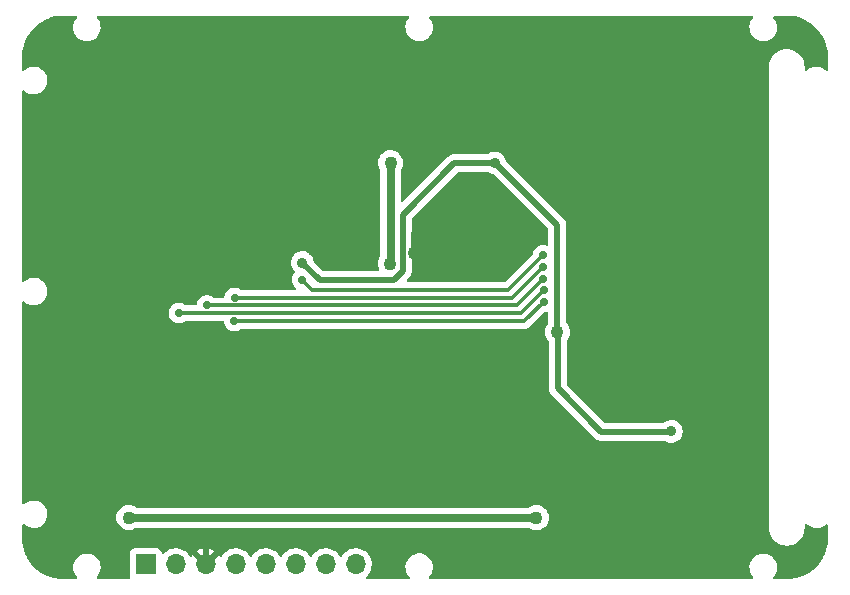
<source format=gbl>
%TF.GenerationSoftware,KiCad,Pcbnew,(6.0.8)*%
%TF.CreationDate,2022-10-13T19:48:58+08:00*%
%TF.ProjectId,UINIO-LCD2.4-ST7789,55494e49-4f2d-44c4-9344-322e342d5354,rev?*%
%TF.SameCoordinates,Original*%
%TF.FileFunction,Copper,L2,Bot*%
%TF.FilePolarity,Positive*%
%FSLAX46Y46*%
G04 Gerber Fmt 4.6, Leading zero omitted, Abs format (unit mm)*
G04 Created by KiCad (PCBNEW (6.0.8)) date 2022-10-13 19:48:58*
%MOMM*%
%LPD*%
G01*
G04 APERTURE LIST*
%TA.AperFunction,ComponentPad*%
%ADD10R,1.700000X1.700000*%
%TD*%
%TA.AperFunction,ComponentPad*%
%ADD11O,1.700000X1.700000*%
%TD*%
%TA.AperFunction,ViaPad*%
%ADD12C,0.900000*%
%TD*%
%TA.AperFunction,ViaPad*%
%ADD13C,1.100000*%
%TD*%
%TA.AperFunction,ViaPad*%
%ADD14C,0.700000*%
%TD*%
%TA.AperFunction,Conductor*%
%ADD15C,0.500000*%
%TD*%
%TA.AperFunction,Conductor*%
%ADD16C,0.700000*%
%TD*%
%TA.AperFunction,Conductor*%
%ADD17C,0.300000*%
%TD*%
G04 APERTURE END LIST*
D10*
%TO.P,J1,1,Pin_1*%
%TO.N,/VDD_5V*%
X126555000Y-125080000D03*
D11*
%TO.P,J1,2,Pin_2*%
%TO.N,Net-(CON1-Pad2)*%
X129095000Y-125080000D03*
%TO.P,J1,3,Pin_3*%
%TO.N,GND*%
X131635000Y-125080000D03*
%TO.P,J1,4,Pin_4*%
%TO.N,Net-(CON1-Pad4)*%
X134175000Y-125080000D03*
%TO.P,J1,5,Pin_5*%
%TO.N,Net-(CON1-Pad5)*%
X136715000Y-125080000D03*
%TO.P,J1,6,Pin_6*%
%TO.N,Net-(CON1-Pad6)*%
X139255000Y-125080000D03*
%TO.P,J1,7,Pin_7*%
%TO.N,Net-(CON1-Pad7)*%
X141795000Y-125080000D03*
%TO.P,J1,8,Pin_8*%
%TO.N,/BL*%
X144335000Y-125080000D03*
%TD*%
D12*
%TO.N,GND*%
X127930000Y-122500000D03*
X140620000Y-122600000D03*
X136770000Y-111560000D03*
X131800000Y-111560000D03*
X134170000Y-111560000D03*
X126400000Y-111560000D03*
X143630000Y-111560000D03*
D13*
X151060000Y-95250000D03*
X149280000Y-98730000D03*
D12*
%TO.N,/VDD_3.3V*%
X156130000Y-91090000D03*
D13*
X161420000Y-105410000D03*
D12*
X139820000Y-99540000D03*
X171060000Y-113830000D03*
D13*
%TO.N,/VDD_5V*%
X159630000Y-121130000D03*
X125111043Y-121128957D03*
X147280000Y-99620000D03*
X147290000Y-91090000D03*
D14*
%TO.N,/DC*%
X160220000Y-100900000D03*
X131730000Y-103150000D03*
%TO.N,/SCK*%
X134080000Y-102520000D03*
X160200000Y-99880000D03*
%TO.N,/MOSI*%
X134060000Y-104490000D03*
X160260000Y-102860000D03*
%TO.N,/CS*%
X129360000Y-103810000D03*
X160260000Y-101880000D03*
%TO.N,/RES*%
X139780000Y-100980000D03*
X160180000Y-98910000D03*
%TD*%
D15*
%TO.N,GND*%
X122530000Y-113790000D02*
X122530000Y-120320000D01*
X124760000Y-111560000D02*
X122530000Y-113790000D01*
X124710000Y-122500000D02*
X127930000Y-122500000D01*
X126400000Y-111560000D02*
X124760000Y-111560000D01*
X122530000Y-120320000D02*
X124710000Y-122500000D01*
D16*
%TO.N,/VDD_5V*%
X159620000Y-121140000D02*
X159630000Y-121130000D01*
X125111043Y-121128957D02*
X125122086Y-121140000D01*
X125122086Y-121140000D02*
X159620000Y-121140000D01*
D15*
%TO.N,GND*%
X127930000Y-122500000D02*
X129055000Y-122500000D01*
X129055000Y-122500000D02*
X131635000Y-125080000D01*
X134115000Y-122600000D02*
X140620000Y-122600000D01*
X131635000Y-125080000D02*
X134115000Y-122600000D01*
X136770000Y-111560000D02*
X134170000Y-111560000D01*
X131800000Y-111560000D02*
X126400000Y-111560000D01*
X134170000Y-111560000D02*
X131800000Y-111560000D01*
X143630000Y-111560000D02*
X136770000Y-111560000D01*
X151060000Y-95250000D02*
X149280000Y-97030000D01*
X149280000Y-97030000D02*
X149280000Y-98730000D01*
%TO.N,/VDD_3.3V*%
X161410000Y-96370000D02*
X156130000Y-91090000D01*
X141310000Y-101030000D02*
X139820000Y-99540000D01*
X148310000Y-95480000D02*
X148310000Y-100270000D01*
X147550000Y-101030000D02*
X141310000Y-101030000D01*
X171040000Y-113850000D02*
X165100000Y-113850000D01*
X171060000Y-113830000D02*
X171040000Y-113850000D01*
X161430000Y-105420000D02*
X161420000Y-105410000D01*
X152700000Y-91090000D02*
X148310000Y-95480000D01*
X156130000Y-91090000D02*
X152700000Y-91090000D01*
X165100000Y-113850000D02*
X161430000Y-110180000D01*
X148310000Y-100270000D02*
X147550000Y-101030000D01*
X161410000Y-105400000D02*
X161410000Y-96370000D01*
X161420000Y-105410000D02*
X161410000Y-105400000D01*
X161430000Y-110180000D02*
X161430000Y-105420000D01*
D16*
%TO.N,/VDD_5V*%
X147280000Y-99620000D02*
X147290000Y-99610000D01*
X147290000Y-99610000D02*
X147290000Y-91090000D01*
D17*
%TO.N,/DC*%
X131740000Y-103160000D02*
X157960000Y-103160000D01*
X157960000Y-103160000D02*
X160220000Y-100900000D01*
X131730000Y-103150000D02*
X131740000Y-103160000D01*
%TO.N,/SCK*%
X157560000Y-102520000D02*
X160200000Y-99880000D01*
X134080000Y-102520000D02*
X157560000Y-102520000D01*
%TO.N,/MOSI*%
X134060000Y-104490000D02*
X134070000Y-104500000D01*
X158620000Y-104500000D02*
X160260000Y-102860000D01*
X134070000Y-104500000D02*
X158620000Y-104500000D01*
%TO.N,/CS*%
X144742844Y-103820000D02*
X158320000Y-103820000D01*
X144732843Y-103810000D02*
X144742844Y-103820000D01*
X129360000Y-103810000D02*
X144732843Y-103810000D01*
X158320000Y-103820000D02*
X160260000Y-101880000D01*
%TO.N,/RES*%
X157270000Y-101820000D02*
X160180000Y-98910000D01*
X139780000Y-100980000D02*
X140620000Y-101820000D01*
X140620000Y-101820000D02*
X157270000Y-101820000D01*
%TD*%
%TA.AperFunction,Conductor*%
%TO.N,GND*%
G36*
X120694676Y-78648502D02*
G01*
X120741169Y-78702158D01*
X120751273Y-78772432D01*
X120725505Y-78832506D01*
X120604238Y-78986333D01*
X120601549Y-78991444D01*
X120601547Y-78991447D01*
X120576988Y-79038126D01*
X120505100Y-79174762D01*
X120503386Y-79180283D01*
X120503384Y-79180287D01*
X120450494Y-79350623D01*
X120441961Y-79378102D01*
X120416936Y-79589544D01*
X120418932Y-79620000D01*
X120430861Y-79802006D01*
X120432283Y-79807604D01*
X120432283Y-79807606D01*
X120481851Y-80002777D01*
X120483272Y-80008372D01*
X120485689Y-80013615D01*
X120522389Y-80093223D01*
X120572411Y-80201731D01*
X120695296Y-80375609D01*
X120847809Y-80524181D01*
X120852605Y-80527386D01*
X120852608Y-80527388D01*
X120929612Y-80578840D01*
X121024843Y-80642471D01*
X121030146Y-80644749D01*
X121030149Y-80644751D01*
X121112324Y-80680056D01*
X121220470Y-80726519D01*
X121296316Y-80743681D01*
X121422501Y-80772234D01*
X121422506Y-80772235D01*
X121428138Y-80773509D01*
X121433909Y-80773736D01*
X121433911Y-80773736D01*
X121495252Y-80776146D01*
X121640891Y-80781869D01*
X121646600Y-80781041D01*
X121646604Y-80781041D01*
X121845890Y-80752145D01*
X121845894Y-80752144D01*
X121851605Y-80751316D01*
X122053223Y-80682876D01*
X122238993Y-80578840D01*
X122402693Y-80442693D01*
X122538840Y-80278993D01*
X122642876Y-80093223D01*
X122711316Y-79891605D01*
X122715377Y-79863603D01*
X122741337Y-79684561D01*
X122741337Y-79684559D01*
X122741869Y-79680891D01*
X122743463Y-79620000D01*
X122730461Y-79478500D01*
X122724510Y-79413730D01*
X122724509Y-79413727D01*
X122723981Y-79407976D01*
X122670749Y-79219231D01*
X122667754Y-79208611D01*
X122667753Y-79208609D01*
X122666186Y-79203052D01*
X122572015Y-79012092D01*
X122486014Y-78896922D01*
X122448079Y-78846120D01*
X122448077Y-78846118D01*
X122444622Y-78841491D01*
X122441319Y-78838438D01*
X122410780Y-78774806D01*
X122419542Y-78704352D01*
X122465004Y-78649820D01*
X122535133Y-78628500D01*
X148756555Y-78628500D01*
X148824676Y-78648502D01*
X148871169Y-78702158D01*
X148881273Y-78772432D01*
X148855505Y-78832506D01*
X148734238Y-78986333D01*
X148731549Y-78991444D01*
X148731547Y-78991447D01*
X148706988Y-79038126D01*
X148635100Y-79174762D01*
X148633386Y-79180283D01*
X148633384Y-79180287D01*
X148580494Y-79350623D01*
X148571961Y-79378102D01*
X148546936Y-79589544D01*
X148548932Y-79620000D01*
X148560861Y-79802006D01*
X148562283Y-79807604D01*
X148562283Y-79807606D01*
X148611851Y-80002777D01*
X148613272Y-80008372D01*
X148615689Y-80013615D01*
X148652389Y-80093223D01*
X148702411Y-80201731D01*
X148825296Y-80375609D01*
X148977809Y-80524181D01*
X148982605Y-80527386D01*
X148982608Y-80527388D01*
X149059612Y-80578840D01*
X149154843Y-80642471D01*
X149160146Y-80644749D01*
X149160149Y-80644751D01*
X149242324Y-80680056D01*
X149350470Y-80726519D01*
X149426316Y-80743681D01*
X149552501Y-80772234D01*
X149552506Y-80772235D01*
X149558138Y-80773509D01*
X149563909Y-80773736D01*
X149563911Y-80773736D01*
X149625252Y-80776146D01*
X149770891Y-80781869D01*
X149776600Y-80781041D01*
X149776604Y-80781041D01*
X149975890Y-80752145D01*
X149975894Y-80752144D01*
X149981605Y-80751316D01*
X150183223Y-80682876D01*
X150368993Y-80578840D01*
X150532693Y-80442693D01*
X150668840Y-80278993D01*
X150772876Y-80093223D01*
X150841316Y-79891605D01*
X150845377Y-79863603D01*
X150871337Y-79684561D01*
X150871337Y-79684559D01*
X150871869Y-79680891D01*
X150873463Y-79620000D01*
X150860461Y-79478500D01*
X150854510Y-79413730D01*
X150854509Y-79413727D01*
X150853981Y-79407976D01*
X150800749Y-79219231D01*
X150797754Y-79208611D01*
X150797753Y-79208609D01*
X150796186Y-79203052D01*
X150702015Y-79012092D01*
X150616014Y-78896922D01*
X150578079Y-78846120D01*
X150578077Y-78846118D01*
X150574622Y-78841491D01*
X150571319Y-78838438D01*
X150540780Y-78774806D01*
X150549542Y-78704352D01*
X150595004Y-78649820D01*
X150665133Y-78628500D01*
X177886555Y-78628500D01*
X177954676Y-78648502D01*
X178001169Y-78702158D01*
X178011273Y-78772432D01*
X177985505Y-78832506D01*
X177864238Y-78986333D01*
X177861549Y-78991444D01*
X177861547Y-78991447D01*
X177836988Y-79038126D01*
X177765100Y-79174762D01*
X177763386Y-79180283D01*
X177763384Y-79180287D01*
X177710494Y-79350623D01*
X177701961Y-79378102D01*
X177676936Y-79589544D01*
X177678932Y-79620000D01*
X177690861Y-79802006D01*
X177692283Y-79807604D01*
X177692283Y-79807606D01*
X177741851Y-80002777D01*
X177743272Y-80008372D01*
X177745689Y-80013615D01*
X177782389Y-80093223D01*
X177832411Y-80201731D01*
X177955296Y-80375609D01*
X178107809Y-80524181D01*
X178112605Y-80527386D01*
X178112608Y-80527388D01*
X178189612Y-80578840D01*
X178284843Y-80642471D01*
X178290146Y-80644749D01*
X178290149Y-80644751D01*
X178372324Y-80680056D01*
X178480470Y-80726519D01*
X178556316Y-80743681D01*
X178682501Y-80772234D01*
X178682506Y-80772235D01*
X178688138Y-80773509D01*
X178693909Y-80773736D01*
X178693911Y-80773736D01*
X178755252Y-80776146D01*
X178900891Y-80781869D01*
X178906600Y-80781041D01*
X178906604Y-80781041D01*
X179105890Y-80752145D01*
X179105894Y-80752144D01*
X179111605Y-80751316D01*
X179313223Y-80682876D01*
X179498993Y-80578840D01*
X179662693Y-80442693D01*
X179798840Y-80278993D01*
X179902876Y-80093223D01*
X179971316Y-79891605D01*
X179975377Y-79863603D01*
X180001337Y-79684561D01*
X180001337Y-79684559D01*
X180001869Y-79680891D01*
X180003463Y-79620000D01*
X179990461Y-79478500D01*
X179984510Y-79413730D01*
X179984509Y-79413727D01*
X179983981Y-79407976D01*
X179930749Y-79219231D01*
X179927754Y-79208611D01*
X179927753Y-79208609D01*
X179926186Y-79203052D01*
X179832015Y-79012092D01*
X179746014Y-78896922D01*
X179708079Y-78846120D01*
X179708077Y-78846118D01*
X179704622Y-78841491D01*
X179701319Y-78838438D01*
X179670780Y-78774806D01*
X179679542Y-78704352D01*
X179725004Y-78649820D01*
X179795133Y-78628500D01*
X180790633Y-78628500D01*
X180810018Y-78630000D01*
X180824852Y-78632310D01*
X180824855Y-78632310D01*
X180833724Y-78633691D01*
X180842627Y-78632527D01*
X180842628Y-78632527D01*
X180853076Y-78631161D01*
X180875594Y-78630249D01*
X181176051Y-78645010D01*
X181188345Y-78646221D01*
X181515034Y-78694680D01*
X181527156Y-78697090D01*
X181547387Y-78702158D01*
X181847523Y-78777339D01*
X181859355Y-78780928D01*
X182170311Y-78892190D01*
X182181735Y-78896922D01*
X182249500Y-78928972D01*
X182480292Y-79038128D01*
X182491188Y-79043953D01*
X182632101Y-79128412D01*
X182774467Y-79213744D01*
X182784748Y-79220614D01*
X183050017Y-79417350D01*
X183059556Y-79425177D01*
X183304282Y-79646985D01*
X183313015Y-79655718D01*
X183534823Y-79900444D01*
X183542650Y-79909983D01*
X183674494Y-80087755D01*
X183739386Y-80175252D01*
X183746256Y-80185533D01*
X183799257Y-80273959D01*
X183897733Y-80438255D01*
X183916045Y-80468807D01*
X183921874Y-80479712D01*
X184063078Y-80778265D01*
X184067810Y-80789689D01*
X184179072Y-81100645D01*
X184182661Y-81112477D01*
X184262909Y-81432841D01*
X184265320Y-81444966D01*
X184293029Y-81631760D01*
X184313779Y-81771650D01*
X184314990Y-81783949D01*
X184321370Y-81913787D01*
X184329390Y-82077034D01*
X184328042Y-82102598D01*
X184326309Y-82113724D01*
X184327474Y-82122630D01*
X184330436Y-82145283D01*
X184331500Y-82161621D01*
X184331500Y-83170717D01*
X184311498Y-83238838D01*
X184257842Y-83285331D01*
X184187568Y-83295435D01*
X184119972Y-83263242D01*
X184052517Y-83200888D01*
X184048271Y-83196963D01*
X183868201Y-83083347D01*
X183670441Y-83004449D01*
X183664781Y-83003323D01*
X183664777Y-83003322D01*
X183467282Y-82964038D01*
X183467280Y-82964038D01*
X183461615Y-82962911D01*
X183455840Y-82962835D01*
X183455836Y-82962835D01*
X183349161Y-82961439D01*
X183248716Y-82960124D01*
X183243019Y-82961103D01*
X183243018Y-82961103D01*
X183044564Y-82995203D01*
X183044561Y-82995204D01*
X183038874Y-82996181D01*
X182839116Y-83069875D01*
X182816472Y-83083347D01*
X182669618Y-83170717D01*
X182656134Y-83178739D01*
X182630878Y-83200888D01*
X182557577Y-83265171D01*
X182493173Y-83295048D01*
X182422840Y-83285362D01*
X182368909Y-83239189D01*
X182348500Y-83170439D01*
X182348500Y-83033250D01*
X182350246Y-83012345D01*
X182352770Y-82997344D01*
X182352770Y-82997341D01*
X182353576Y-82992552D01*
X182353729Y-82980000D01*
X182353039Y-82975182D01*
X182353036Y-82975135D01*
X182352162Y-82967256D01*
X182334923Y-82748223D01*
X182334535Y-82743289D01*
X182279105Y-82512406D01*
X182188240Y-82293037D01*
X182102683Y-82153421D01*
X182066759Y-82094798D01*
X182066755Y-82094792D01*
X182064176Y-82090584D01*
X181909969Y-81910031D01*
X181729416Y-81755824D01*
X181725208Y-81753245D01*
X181725202Y-81753241D01*
X181531183Y-81634346D01*
X181526963Y-81631760D01*
X181522393Y-81629867D01*
X181522389Y-81629865D01*
X181312167Y-81542789D01*
X181312165Y-81542788D01*
X181307594Y-81540895D01*
X181227391Y-81521640D01*
X181081524Y-81486620D01*
X181081518Y-81486619D01*
X181076711Y-81485465D01*
X180840000Y-81466835D01*
X180603289Y-81485465D01*
X180598482Y-81486619D01*
X180598476Y-81486620D01*
X180452609Y-81521640D01*
X180372406Y-81540895D01*
X180367835Y-81542788D01*
X180367833Y-81542789D01*
X180157611Y-81629865D01*
X180157607Y-81629867D01*
X180153037Y-81631760D01*
X180148817Y-81634346D01*
X179954798Y-81753241D01*
X179954792Y-81753245D01*
X179950584Y-81755824D01*
X179770031Y-81910031D01*
X179615824Y-82090584D01*
X179613245Y-82094792D01*
X179613241Y-82094798D01*
X179577317Y-82153421D01*
X179491760Y-82293037D01*
X179400895Y-82512406D01*
X179345465Y-82743289D01*
X179345077Y-82748223D01*
X179328746Y-82955720D01*
X179327785Y-82963921D01*
X179327821Y-82964011D01*
X179326309Y-82973724D01*
X179326946Y-82978593D01*
X179326835Y-82980000D01*
X179327130Y-82980000D01*
X179328380Y-82989560D01*
X179328380Y-82989562D01*
X179330436Y-83005283D01*
X179331500Y-83021620D01*
X179331500Y-121930633D01*
X179330000Y-121950018D01*
X179326309Y-121973724D01*
X179327130Y-121980000D01*
X179326835Y-121980000D01*
X179345465Y-122216711D01*
X179400895Y-122447594D01*
X179491760Y-122666963D01*
X179494346Y-122671183D01*
X179613241Y-122865202D01*
X179613245Y-122865208D01*
X179615824Y-122869416D01*
X179770031Y-123049969D01*
X179950584Y-123204176D01*
X179954792Y-123206755D01*
X179954798Y-123206759D01*
X180148817Y-123325654D01*
X180153037Y-123328240D01*
X180157607Y-123330133D01*
X180157611Y-123330135D01*
X180367833Y-123417211D01*
X180372406Y-123419105D01*
X180452609Y-123438360D01*
X180598476Y-123473380D01*
X180598482Y-123473381D01*
X180603289Y-123474535D01*
X180840000Y-123493165D01*
X181076711Y-123474535D01*
X181081518Y-123473381D01*
X181081524Y-123473380D01*
X181227391Y-123438360D01*
X181307594Y-123419105D01*
X181312167Y-123417211D01*
X181522389Y-123330135D01*
X181522393Y-123330133D01*
X181526963Y-123328240D01*
X181531183Y-123325654D01*
X181725202Y-123206759D01*
X181725208Y-123206755D01*
X181729416Y-123204176D01*
X181909969Y-123049969D01*
X182064176Y-122869416D01*
X182066755Y-122865208D01*
X182066759Y-122865202D01*
X182185654Y-122671183D01*
X182188240Y-122666963D01*
X182279105Y-122447594D01*
X182334535Y-122216711D01*
X182350512Y-122013704D01*
X182351871Y-122002684D01*
X182352768Y-121997356D01*
X182352768Y-121997351D01*
X182353576Y-121992552D01*
X182353729Y-121980000D01*
X182349773Y-121952376D01*
X182348500Y-121934514D01*
X182348500Y-121790221D01*
X182368502Y-121722100D01*
X182422158Y-121675607D01*
X182492432Y-121665503D01*
X182557012Y-121694997D01*
X182562422Y-121699967D01*
X182607809Y-121744181D01*
X182612605Y-121747386D01*
X182612608Y-121747388D01*
X182613177Y-121747768D01*
X182784843Y-121862471D01*
X182790146Y-121864749D01*
X182790149Y-121864751D01*
X182966195Y-121940386D01*
X182980470Y-121946519D01*
X183056316Y-121963681D01*
X183182501Y-121992234D01*
X183182506Y-121992235D01*
X183188138Y-121993509D01*
X183193909Y-121993736D01*
X183193911Y-121993736D01*
X183255252Y-121996146D01*
X183400891Y-122001869D01*
X183406600Y-122001041D01*
X183406604Y-122001041D01*
X183605890Y-121972145D01*
X183605894Y-121972144D01*
X183611605Y-121971316D01*
X183813223Y-121902876D01*
X183998993Y-121798840D01*
X184124931Y-121694099D01*
X184190095Y-121665918D01*
X184260150Y-121677442D01*
X184312854Y-121725011D01*
X184331500Y-121790973D01*
X184331500Y-122790633D01*
X184330000Y-122810018D01*
X184326309Y-122833724D01*
X184327473Y-122842627D01*
X184327473Y-122842628D01*
X184328839Y-122853076D01*
X184329751Y-122875594D01*
X184321185Y-123049969D01*
X184314991Y-123176045D01*
X184313779Y-123188345D01*
X184292747Y-123330135D01*
X184265321Y-123515031D01*
X184262909Y-123527159D01*
X184182661Y-123847523D01*
X184179072Y-123859355D01*
X184067810Y-124170311D01*
X184063078Y-124181735D01*
X184011932Y-124289875D01*
X183940650Y-124440590D01*
X183921874Y-124480288D01*
X183916047Y-124491188D01*
X183884600Y-124543655D01*
X183746256Y-124774467D01*
X183739386Y-124784748D01*
X183542650Y-125050017D01*
X183534823Y-125059556D01*
X183313445Y-125303808D01*
X183313020Y-125304277D01*
X183304282Y-125313015D01*
X183059556Y-125534823D01*
X183050017Y-125542650D01*
X182855517Y-125686901D01*
X182784748Y-125739386D01*
X182774467Y-125746256D01*
X182707306Y-125786511D01*
X182491188Y-125916047D01*
X182480292Y-125921872D01*
X182392300Y-125963489D01*
X182181735Y-126063078D01*
X182170311Y-126067810D01*
X181859355Y-126179072D01*
X181847523Y-126182661D01*
X181699733Y-126219681D01*
X181527156Y-126262910D01*
X181515034Y-126265320D01*
X181188345Y-126313779D01*
X181176051Y-126314990D01*
X180882961Y-126329390D01*
X180857402Y-126328042D01*
X180846276Y-126326309D01*
X180814714Y-126330436D01*
X180798379Y-126331500D01*
X179790973Y-126331500D01*
X179722852Y-126311498D01*
X179676359Y-126257842D01*
X179666255Y-126187568D01*
X179694099Y-126124931D01*
X179697225Y-126121173D01*
X179798840Y-125998993D01*
X179902876Y-125813223D01*
X179971316Y-125611605D01*
X179974076Y-125592575D01*
X180001337Y-125404561D01*
X180001337Y-125404559D01*
X180001869Y-125400891D01*
X180003463Y-125340000D01*
X179985996Y-125149908D01*
X179984510Y-125133730D01*
X179984509Y-125133727D01*
X179983981Y-125127976D01*
X179970450Y-125080000D01*
X179927754Y-124928611D01*
X179927753Y-124928609D01*
X179926186Y-124923052D01*
X179916846Y-124904111D01*
X179834570Y-124737273D01*
X179832015Y-124732092D01*
X179704622Y-124561491D01*
X179548271Y-124416963D01*
X179368201Y-124303347D01*
X179170441Y-124224449D01*
X179164781Y-124223323D01*
X179164777Y-124223322D01*
X178967282Y-124184038D01*
X178967280Y-124184038D01*
X178961615Y-124182911D01*
X178955840Y-124182835D01*
X178955836Y-124182835D01*
X178849161Y-124181439D01*
X178748716Y-124180124D01*
X178743019Y-124181103D01*
X178743018Y-124181103D01*
X178544564Y-124215203D01*
X178544561Y-124215204D01*
X178538874Y-124216181D01*
X178339116Y-124289875D01*
X178156134Y-124398739D01*
X177996054Y-124539125D01*
X177864238Y-124706333D01*
X177861549Y-124711444D01*
X177861547Y-124711447D01*
X177807085Y-124814961D01*
X177765100Y-124894762D01*
X177763386Y-124900283D01*
X177763384Y-124900287D01*
X177717923Y-125046695D01*
X177701961Y-125098102D01*
X177676936Y-125309544D01*
X177678932Y-125340000D01*
X177690861Y-125522006D01*
X177692283Y-125527604D01*
X177692283Y-125527606D01*
X177715006Y-125617075D01*
X177743272Y-125728372D01*
X177745689Y-125733615D01*
X177823291Y-125901947D01*
X177832411Y-125921731D01*
X177955296Y-126095609D01*
X177959430Y-126099636D01*
X177959435Y-126099642D01*
X177975453Y-126115246D01*
X178010291Y-126177107D01*
X178006154Y-126247983D01*
X177964355Y-126305371D01*
X177898165Y-126331051D01*
X177887532Y-126331500D01*
X150640607Y-126331500D01*
X150572486Y-126311498D01*
X150525993Y-126257842D01*
X150515889Y-126187568D01*
X150543733Y-126124931D01*
X150665159Y-125978931D01*
X150668850Y-125974493D01*
X150772886Y-125788723D01*
X150841326Y-125587105D01*
X150851602Y-125516239D01*
X150871347Y-125380061D01*
X150871347Y-125380059D01*
X150871879Y-125376391D01*
X150873473Y-125315500D01*
X150860471Y-125174000D01*
X150854520Y-125109230D01*
X150854519Y-125109227D01*
X150853991Y-125103476D01*
X150796196Y-124898552D01*
X150791804Y-124889644D01*
X150704580Y-124712773D01*
X150702025Y-124707592D01*
X150574632Y-124536991D01*
X150418281Y-124392463D01*
X150238211Y-124278847D01*
X150040451Y-124199949D01*
X150034791Y-124198823D01*
X150034787Y-124198822D01*
X149837292Y-124159538D01*
X149837290Y-124159538D01*
X149831625Y-124158411D01*
X149825850Y-124158335D01*
X149825846Y-124158335D01*
X149719171Y-124156939D01*
X149618726Y-124155624D01*
X149613029Y-124156603D01*
X149613028Y-124156603D01*
X149414574Y-124190703D01*
X149414571Y-124190704D01*
X149408884Y-124191681D01*
X149209126Y-124265375D01*
X149026144Y-124374239D01*
X148866064Y-124514625D01*
X148734248Y-124681833D01*
X148731559Y-124686944D01*
X148731557Y-124686947D01*
X148682719Y-124779773D01*
X148635110Y-124870262D01*
X148633396Y-124875783D01*
X148633394Y-124875787D01*
X148618718Y-124923052D01*
X148571971Y-125073602D01*
X148546946Y-125285044D01*
X148548942Y-125315500D01*
X148560871Y-125497506D01*
X148562293Y-125503104D01*
X148562293Y-125503106D01*
X148585016Y-125592575D01*
X148613282Y-125703872D01*
X148615699Y-125709115D01*
X148652399Y-125788723D01*
X148702421Y-125897231D01*
X148825306Y-126071109D01*
X148829440Y-126075136D01*
X148829445Y-126075142D01*
X148870613Y-126115246D01*
X148905451Y-126177107D01*
X148901314Y-126247983D01*
X148859515Y-126305371D01*
X148793325Y-126331051D01*
X148782692Y-126331500D01*
X145308741Y-126331500D01*
X145240620Y-126311498D01*
X145194127Y-126257842D01*
X145184023Y-126187568D01*
X145213517Y-126122988D01*
X145219801Y-126116249D01*
X145303884Y-126032460D01*
X145373096Y-125963489D01*
X145503453Y-125782077D01*
X145516995Y-125754678D01*
X145600136Y-125586453D01*
X145600137Y-125586451D01*
X145602430Y-125581811D01*
X145649030Y-125428433D01*
X145665865Y-125373023D01*
X145665865Y-125373021D01*
X145667370Y-125368069D01*
X145696529Y-125146590D01*
X145697442Y-125109230D01*
X145698074Y-125083365D01*
X145698074Y-125083361D01*
X145698156Y-125080000D01*
X145679852Y-124857361D01*
X145625431Y-124640702D01*
X145536354Y-124435840D01*
X145452632Y-124306426D01*
X145417822Y-124252617D01*
X145417820Y-124252614D01*
X145415014Y-124248277D01*
X145264670Y-124083051D01*
X145260619Y-124079852D01*
X145260615Y-124079848D01*
X145093414Y-123947800D01*
X145093410Y-123947798D01*
X145089359Y-123944598D01*
X145053028Y-123924542D01*
X145037136Y-123915769D01*
X144893789Y-123836638D01*
X144888920Y-123834914D01*
X144888916Y-123834912D01*
X144688087Y-123763795D01*
X144688083Y-123763794D01*
X144683212Y-123762069D01*
X144678119Y-123761162D01*
X144678116Y-123761161D01*
X144468373Y-123723800D01*
X144468367Y-123723799D01*
X144463284Y-123722894D01*
X144389452Y-123721992D01*
X144245081Y-123720228D01*
X144245079Y-123720228D01*
X144239911Y-123720165D01*
X144019091Y-123753955D01*
X143806756Y-123823357D01*
X143608607Y-123926507D01*
X143604474Y-123929610D01*
X143604471Y-123929612D01*
X143500072Y-124007997D01*
X143429965Y-124060635D01*
X143426393Y-124064373D01*
X143281322Y-124216181D01*
X143275629Y-124222138D01*
X143168201Y-124379621D01*
X143113293Y-124424621D01*
X143042768Y-124432792D01*
X142979021Y-124401538D01*
X142958324Y-124377054D01*
X142877822Y-124252617D01*
X142877820Y-124252614D01*
X142875014Y-124248277D01*
X142724670Y-124083051D01*
X142720619Y-124079852D01*
X142720615Y-124079848D01*
X142553414Y-123947800D01*
X142553410Y-123947798D01*
X142549359Y-123944598D01*
X142513028Y-123924542D01*
X142497136Y-123915769D01*
X142353789Y-123836638D01*
X142348920Y-123834914D01*
X142348916Y-123834912D01*
X142148087Y-123763795D01*
X142148083Y-123763794D01*
X142143212Y-123762069D01*
X142138119Y-123761162D01*
X142138116Y-123761161D01*
X141928373Y-123723800D01*
X141928367Y-123723799D01*
X141923284Y-123722894D01*
X141849452Y-123721992D01*
X141705081Y-123720228D01*
X141705079Y-123720228D01*
X141699911Y-123720165D01*
X141479091Y-123753955D01*
X141266756Y-123823357D01*
X141068607Y-123926507D01*
X141064474Y-123929610D01*
X141064471Y-123929612D01*
X140960072Y-124007997D01*
X140889965Y-124060635D01*
X140886393Y-124064373D01*
X140741322Y-124216181D01*
X140735629Y-124222138D01*
X140628201Y-124379621D01*
X140573293Y-124424621D01*
X140502768Y-124432792D01*
X140439021Y-124401538D01*
X140418324Y-124377054D01*
X140337822Y-124252617D01*
X140337820Y-124252614D01*
X140335014Y-124248277D01*
X140184670Y-124083051D01*
X140180619Y-124079852D01*
X140180615Y-124079848D01*
X140013414Y-123947800D01*
X140013410Y-123947798D01*
X140009359Y-123944598D01*
X139973028Y-123924542D01*
X139957136Y-123915769D01*
X139813789Y-123836638D01*
X139808920Y-123834914D01*
X139808916Y-123834912D01*
X139608087Y-123763795D01*
X139608083Y-123763794D01*
X139603212Y-123762069D01*
X139598119Y-123761162D01*
X139598116Y-123761161D01*
X139388373Y-123723800D01*
X139388367Y-123723799D01*
X139383284Y-123722894D01*
X139309452Y-123721992D01*
X139165081Y-123720228D01*
X139165079Y-123720228D01*
X139159911Y-123720165D01*
X138939091Y-123753955D01*
X138726756Y-123823357D01*
X138528607Y-123926507D01*
X138524474Y-123929610D01*
X138524471Y-123929612D01*
X138420072Y-124007997D01*
X138349965Y-124060635D01*
X138346393Y-124064373D01*
X138201322Y-124216181D01*
X138195629Y-124222138D01*
X138088201Y-124379621D01*
X138033293Y-124424621D01*
X137962768Y-124432792D01*
X137899021Y-124401538D01*
X137878324Y-124377054D01*
X137797822Y-124252617D01*
X137797820Y-124252614D01*
X137795014Y-124248277D01*
X137644670Y-124083051D01*
X137640619Y-124079852D01*
X137640615Y-124079848D01*
X137473414Y-123947800D01*
X137473410Y-123947798D01*
X137469359Y-123944598D01*
X137433028Y-123924542D01*
X137417136Y-123915769D01*
X137273789Y-123836638D01*
X137268920Y-123834914D01*
X137268916Y-123834912D01*
X137068087Y-123763795D01*
X137068083Y-123763794D01*
X137063212Y-123762069D01*
X137058119Y-123761162D01*
X137058116Y-123761161D01*
X136848373Y-123723800D01*
X136848367Y-123723799D01*
X136843284Y-123722894D01*
X136769452Y-123721992D01*
X136625081Y-123720228D01*
X136625079Y-123720228D01*
X136619911Y-123720165D01*
X136399091Y-123753955D01*
X136186756Y-123823357D01*
X135988607Y-123926507D01*
X135984474Y-123929610D01*
X135984471Y-123929612D01*
X135880072Y-124007997D01*
X135809965Y-124060635D01*
X135806393Y-124064373D01*
X135661322Y-124216181D01*
X135655629Y-124222138D01*
X135548201Y-124379621D01*
X135493293Y-124424621D01*
X135422768Y-124432792D01*
X135359021Y-124401538D01*
X135338324Y-124377054D01*
X135257822Y-124252617D01*
X135257820Y-124252614D01*
X135255014Y-124248277D01*
X135104670Y-124083051D01*
X135100619Y-124079852D01*
X135100615Y-124079848D01*
X134933414Y-123947800D01*
X134933410Y-123947798D01*
X134929359Y-123944598D01*
X134893028Y-123924542D01*
X134877136Y-123915769D01*
X134733789Y-123836638D01*
X134728920Y-123834914D01*
X134728916Y-123834912D01*
X134528087Y-123763795D01*
X134528083Y-123763794D01*
X134523212Y-123762069D01*
X134518119Y-123761162D01*
X134518116Y-123761161D01*
X134308373Y-123723800D01*
X134308367Y-123723799D01*
X134303284Y-123722894D01*
X134229452Y-123721992D01*
X134085081Y-123720228D01*
X134085079Y-123720228D01*
X134079911Y-123720165D01*
X133859091Y-123753955D01*
X133646756Y-123823357D01*
X133448607Y-123926507D01*
X133444474Y-123929610D01*
X133444471Y-123929612D01*
X133340072Y-124007997D01*
X133269965Y-124060635D01*
X133266393Y-124064373D01*
X133121322Y-124216181D01*
X133115629Y-124222138D01*
X133008204Y-124379618D01*
X133007898Y-124380066D01*
X132952987Y-124425069D01*
X132882462Y-124433240D01*
X132818715Y-124401986D01*
X132798018Y-124377502D01*
X132717426Y-124252926D01*
X132711136Y-124244757D01*
X132567806Y-124087240D01*
X132560273Y-124080215D01*
X132393139Y-123948222D01*
X132384552Y-123942517D01*
X132198117Y-123839599D01*
X132188705Y-123835369D01*
X131987959Y-123764280D01*
X131977988Y-123761646D01*
X131906837Y-123748972D01*
X131893540Y-123750432D01*
X131889000Y-123764989D01*
X131889000Y-125208000D01*
X131868998Y-125276121D01*
X131815342Y-125322614D01*
X131763000Y-125334000D01*
X131507000Y-125334000D01*
X131438879Y-125313998D01*
X131392386Y-125260342D01*
X131381000Y-125208000D01*
X131381000Y-123763102D01*
X131377082Y-123749758D01*
X131362806Y-123747771D01*
X131324324Y-123753660D01*
X131314288Y-123756051D01*
X131111868Y-123822212D01*
X131102359Y-123826209D01*
X130913463Y-123924542D01*
X130904738Y-123930036D01*
X130734433Y-124057905D01*
X130726726Y-124064748D01*
X130579590Y-124218717D01*
X130573109Y-124226722D01*
X130468498Y-124380074D01*
X130413587Y-124425076D01*
X130343062Y-124433247D01*
X130279315Y-124401993D01*
X130258618Y-124377509D01*
X130177822Y-124252617D01*
X130177820Y-124252614D01*
X130175014Y-124248277D01*
X130024670Y-124083051D01*
X130020619Y-124079852D01*
X130020615Y-124079848D01*
X129853414Y-123947800D01*
X129853410Y-123947798D01*
X129849359Y-123944598D01*
X129813028Y-123924542D01*
X129797136Y-123915769D01*
X129653789Y-123836638D01*
X129648920Y-123834914D01*
X129648916Y-123834912D01*
X129448087Y-123763795D01*
X129448083Y-123763794D01*
X129443212Y-123762069D01*
X129438119Y-123761162D01*
X129438116Y-123761161D01*
X129228373Y-123723800D01*
X129228367Y-123723799D01*
X129223284Y-123722894D01*
X129149452Y-123721992D01*
X129005081Y-123720228D01*
X129005079Y-123720228D01*
X128999911Y-123720165D01*
X128779091Y-123753955D01*
X128566756Y-123823357D01*
X128368607Y-123926507D01*
X128364474Y-123929610D01*
X128364471Y-123929612D01*
X128260072Y-124007997D01*
X128189965Y-124060635D01*
X128133537Y-124119684D01*
X128109283Y-124145064D01*
X128047759Y-124180494D01*
X127976846Y-124177037D01*
X127919060Y-124135791D01*
X127900207Y-124102243D01*
X127858767Y-123991703D01*
X127855615Y-123983295D01*
X127768261Y-123866739D01*
X127651705Y-123779385D01*
X127515316Y-123728255D01*
X127453134Y-123721500D01*
X125656866Y-123721500D01*
X125594684Y-123728255D01*
X125458295Y-123779385D01*
X125341739Y-123866739D01*
X125254385Y-123983295D01*
X125203255Y-124119684D01*
X125196500Y-124181866D01*
X125196500Y-125978134D01*
X125203255Y-126040316D01*
X125239948Y-126138193D01*
X125248599Y-126161270D01*
X125253782Y-126232077D01*
X125219861Y-126294446D01*
X125157606Y-126328576D01*
X125130617Y-126331500D01*
X122530973Y-126331500D01*
X122462852Y-126311498D01*
X122416359Y-126257842D01*
X122406255Y-126187568D01*
X122434099Y-126124931D01*
X122437225Y-126121173D01*
X122538840Y-125998993D01*
X122642876Y-125813223D01*
X122711316Y-125611605D01*
X122714076Y-125592575D01*
X122741337Y-125404561D01*
X122741337Y-125404559D01*
X122741869Y-125400891D01*
X122743463Y-125340000D01*
X122725996Y-125149908D01*
X122724510Y-125133730D01*
X122724509Y-125133727D01*
X122723981Y-125127976D01*
X122710450Y-125080000D01*
X122667754Y-124928611D01*
X122667753Y-124928609D01*
X122666186Y-124923052D01*
X122656846Y-124904111D01*
X122574570Y-124737273D01*
X122572015Y-124732092D01*
X122444622Y-124561491D01*
X122288271Y-124416963D01*
X122108201Y-124303347D01*
X121910441Y-124224449D01*
X121904781Y-124223323D01*
X121904777Y-124223322D01*
X121707282Y-124184038D01*
X121707280Y-124184038D01*
X121701615Y-124182911D01*
X121695840Y-124182835D01*
X121695836Y-124182835D01*
X121589161Y-124181439D01*
X121488716Y-124180124D01*
X121483019Y-124181103D01*
X121483018Y-124181103D01*
X121284564Y-124215203D01*
X121284561Y-124215204D01*
X121278874Y-124216181D01*
X121079116Y-124289875D01*
X120896134Y-124398739D01*
X120736054Y-124539125D01*
X120604238Y-124706333D01*
X120601549Y-124711444D01*
X120601547Y-124711447D01*
X120547085Y-124814961D01*
X120505100Y-124894762D01*
X120503386Y-124900283D01*
X120503384Y-124900287D01*
X120457923Y-125046695D01*
X120441961Y-125098102D01*
X120416936Y-125309544D01*
X120418932Y-125340000D01*
X120430861Y-125522006D01*
X120432283Y-125527604D01*
X120432283Y-125527606D01*
X120455006Y-125617075D01*
X120483272Y-125728372D01*
X120485689Y-125733615D01*
X120563291Y-125901947D01*
X120572411Y-125921731D01*
X120695296Y-126095609D01*
X120699430Y-126099636D01*
X120699435Y-126099642D01*
X120715453Y-126115246D01*
X120750291Y-126177107D01*
X120746154Y-126247983D01*
X120704355Y-126305371D01*
X120638165Y-126331051D01*
X120627532Y-126331500D01*
X119629367Y-126331500D01*
X119609982Y-126330000D01*
X119595148Y-126327690D01*
X119595145Y-126327690D01*
X119586276Y-126326309D01*
X119577373Y-126327473D01*
X119577372Y-126327473D01*
X119566924Y-126328839D01*
X119544406Y-126329751D01*
X119243949Y-126314990D01*
X119231655Y-126313779D01*
X118904966Y-126265320D01*
X118892844Y-126262910D01*
X118720267Y-126219681D01*
X118572477Y-126182661D01*
X118560645Y-126179072D01*
X118249689Y-126067810D01*
X118238265Y-126063078D01*
X118027700Y-125963489D01*
X117939708Y-125921872D01*
X117928812Y-125916047D01*
X117712694Y-125786511D01*
X117645533Y-125746256D01*
X117635252Y-125739386D01*
X117564483Y-125686901D01*
X117369983Y-125542650D01*
X117360444Y-125534823D01*
X117115718Y-125313015D01*
X117106980Y-125304277D01*
X117106555Y-125303808D01*
X116885177Y-125059556D01*
X116877350Y-125050017D01*
X116680614Y-124784748D01*
X116673744Y-124774467D01*
X116535400Y-124543655D01*
X116503953Y-124491188D01*
X116498126Y-124480288D01*
X116479351Y-124440590D01*
X116408068Y-124289875D01*
X116356922Y-124181735D01*
X116352190Y-124170311D01*
X116240928Y-123859355D01*
X116237339Y-123847523D01*
X116157091Y-123527159D01*
X116154679Y-123515031D01*
X116140169Y-123417211D01*
X116106220Y-123188343D01*
X116105009Y-123176045D01*
X116090795Y-122886695D01*
X116092387Y-122859619D01*
X116093576Y-122852552D01*
X116093729Y-122840000D01*
X116089773Y-122812376D01*
X116088500Y-122794514D01*
X116088500Y-121790221D01*
X116108502Y-121722100D01*
X116162158Y-121675607D01*
X116232432Y-121665503D01*
X116297012Y-121694997D01*
X116302422Y-121699967D01*
X116347809Y-121744181D01*
X116352605Y-121747386D01*
X116352608Y-121747388D01*
X116353177Y-121747768D01*
X116524843Y-121862471D01*
X116530146Y-121864749D01*
X116530149Y-121864751D01*
X116706195Y-121940386D01*
X116720470Y-121946519D01*
X116796316Y-121963681D01*
X116922501Y-121992234D01*
X116922506Y-121992235D01*
X116928138Y-121993509D01*
X116933909Y-121993736D01*
X116933911Y-121993736D01*
X116995252Y-121996146D01*
X117140891Y-122001869D01*
X117146600Y-122001041D01*
X117146604Y-122001041D01*
X117345890Y-121972145D01*
X117345894Y-121972144D01*
X117351605Y-121971316D01*
X117553223Y-121902876D01*
X117738993Y-121798840D01*
X117902693Y-121662693D01*
X118038840Y-121498993D01*
X118142876Y-121313223D01*
X118210467Y-121114107D01*
X124047525Y-121114107D01*
X124064895Y-121320961D01*
X124122112Y-121520502D01*
X124124930Y-121525984D01*
X124124931Y-121525988D01*
X124146511Y-121567977D01*
X124216998Y-121705130D01*
X124345937Y-121867811D01*
X124350624Y-121871800D01*
X124350627Y-121871803D01*
X124497327Y-121996654D01*
X124504019Y-122002349D01*
X124685223Y-122103621D01*
X124882646Y-122167767D01*
X125088768Y-122192346D01*
X125094903Y-122191874D01*
X125094905Y-122191874D01*
X125289598Y-122176893D01*
X125289603Y-122176892D01*
X125295739Y-122176420D01*
X125301669Y-122174764D01*
X125301671Y-122174764D01*
X125395707Y-122148508D01*
X125495675Y-122120597D01*
X125525513Y-122105525D01*
X125675459Y-122029782D01*
X125675461Y-122029781D01*
X125680960Y-122027003D01*
X125685815Y-122023210D01*
X125691021Y-122019906D01*
X125692148Y-122021681D01*
X125749258Y-121999032D01*
X125760828Y-121998500D01*
X158981402Y-121998500D01*
X159042873Y-122014512D01*
X159204180Y-122104664D01*
X159401603Y-122168810D01*
X159607725Y-122193389D01*
X159613860Y-122192917D01*
X159613862Y-122192917D01*
X159808555Y-122177936D01*
X159808560Y-122177935D01*
X159814696Y-122177463D01*
X159820626Y-122175807D01*
X159820628Y-122175807D01*
X159914664Y-122149552D01*
X160014632Y-122121640D01*
X160020132Y-122118862D01*
X160194416Y-122030825D01*
X160194418Y-122030824D01*
X160199917Y-122028046D01*
X160363495Y-121900245D01*
X160499133Y-121743106D01*
X160509413Y-121725011D01*
X160598620Y-121567977D01*
X160601667Y-121562614D01*
X160667190Y-121365644D01*
X160693207Y-121159698D01*
X160693622Y-121130000D01*
X160679061Y-120981500D01*
X160673966Y-120929534D01*
X160673965Y-120929531D01*
X160673365Y-120923408D01*
X160613368Y-120724685D01*
X160565006Y-120633730D01*
X160518809Y-120546847D01*
X160518808Y-120546845D01*
X160515913Y-120541401D01*
X160419390Y-120423052D01*
X160388610Y-120385311D01*
X160388607Y-120385308D01*
X160384715Y-120380536D01*
X160370805Y-120369028D01*
X160229518Y-120252145D01*
X160229519Y-120252145D01*
X160224770Y-120248217D01*
X160219353Y-120245288D01*
X160219350Y-120245286D01*
X160047590Y-120152416D01*
X160047585Y-120152414D01*
X160042170Y-120149486D01*
X159843871Y-120088102D01*
X159837746Y-120087458D01*
X159837745Y-120087458D01*
X159643554Y-120067048D01*
X159643552Y-120067048D01*
X159637425Y-120066404D01*
X159551515Y-120074223D01*
X159436836Y-120084659D01*
X159436833Y-120084660D01*
X159430697Y-120085218D01*
X159424791Y-120086956D01*
X159424787Y-120086957D01*
X159276932Y-120130473D01*
X159231560Y-120143827D01*
X159047600Y-120239999D01*
X159042800Y-120243859D01*
X159042799Y-120243859D01*
X159030563Y-120253697D01*
X158964940Y-120280793D01*
X158951611Y-120281500D01*
X125792669Y-120281500D01*
X125724548Y-120261498D01*
X125712355Y-120252586D01*
X125710561Y-120251102D01*
X125710562Y-120251102D01*
X125705813Y-120247174D01*
X125700394Y-120244244D01*
X125700391Y-120244242D01*
X125528633Y-120151373D01*
X125528628Y-120151371D01*
X125523213Y-120148443D01*
X125324914Y-120087059D01*
X125318789Y-120086415D01*
X125318788Y-120086415D01*
X125124597Y-120066005D01*
X125124595Y-120066005D01*
X125118468Y-120065361D01*
X125032558Y-120073180D01*
X124917879Y-120083616D01*
X124917876Y-120083617D01*
X124911740Y-120084175D01*
X124905834Y-120085913D01*
X124905830Y-120085914D01*
X124757975Y-120129430D01*
X124712603Y-120142784D01*
X124528643Y-120238956D01*
X124523843Y-120242816D01*
X124523842Y-120242816D01*
X124520770Y-120245286D01*
X124366866Y-120369028D01*
X124362908Y-120373745D01*
X124362906Y-120373747D01*
X124353203Y-120385311D01*
X124233434Y-120528046D01*
X124230470Y-120533438D01*
X124230467Y-120533442D01*
X124139726Y-120698500D01*
X124133430Y-120709952D01*
X124070664Y-120907818D01*
X124069978Y-120913935D01*
X124069977Y-120913939D01*
X124062399Y-120981500D01*
X124047525Y-121114107D01*
X118210467Y-121114107D01*
X118211316Y-121111605D01*
X118240440Y-120910750D01*
X118241337Y-120904561D01*
X118241337Y-120904559D01*
X118241869Y-120900891D01*
X118243463Y-120840000D01*
X118223981Y-120627976D01*
X118198216Y-120536622D01*
X118167754Y-120428611D01*
X118167753Y-120428609D01*
X118166186Y-120423052D01*
X118147575Y-120385311D01*
X118074570Y-120237273D01*
X118072015Y-120232092D01*
X117944622Y-120061491D01*
X117788271Y-119916963D01*
X117608201Y-119803347D01*
X117410441Y-119724449D01*
X117404781Y-119723323D01*
X117404777Y-119723322D01*
X117207282Y-119684038D01*
X117207280Y-119684038D01*
X117201615Y-119682911D01*
X117195840Y-119682835D01*
X117195836Y-119682835D01*
X117089161Y-119681439D01*
X116988716Y-119680124D01*
X116983019Y-119681103D01*
X116983018Y-119681103D01*
X116784564Y-119715203D01*
X116784561Y-119715204D01*
X116778874Y-119716181D01*
X116579116Y-119789875D01*
X116556472Y-119803347D01*
X116409618Y-119890717D01*
X116396134Y-119898739D01*
X116370878Y-119920888D01*
X116297577Y-119985171D01*
X116233173Y-120015048D01*
X116162840Y-120005362D01*
X116108909Y-119959189D01*
X116088500Y-119890439D01*
X116088500Y-103810000D01*
X128496771Y-103810000D01*
X128515635Y-103989475D01*
X128571401Y-104161107D01*
X128661633Y-104317393D01*
X128782387Y-104451504D01*
X128787729Y-104455385D01*
X128787731Y-104455387D01*
X128806062Y-104468705D01*
X128928385Y-104557578D01*
X128934413Y-104560262D01*
X128934415Y-104560263D01*
X129087217Y-104628295D01*
X129093248Y-104630980D01*
X129181508Y-104649740D01*
X129263311Y-104667128D01*
X129263315Y-104667128D01*
X129269768Y-104668500D01*
X129450232Y-104668500D01*
X129456685Y-104667128D01*
X129456689Y-104667128D01*
X129538492Y-104649740D01*
X129626752Y-104630980D01*
X129632783Y-104628295D01*
X129785585Y-104560263D01*
X129785587Y-104560262D01*
X129791615Y-104557578D01*
X129881099Y-104492564D01*
X129947967Y-104468705D01*
X129955160Y-104468500D01*
X133081060Y-104468500D01*
X133149181Y-104488502D01*
X133195674Y-104542158D01*
X133206370Y-104581329D01*
X133211307Y-104628295D01*
X133215635Y-104669475D01*
X133271401Y-104841107D01*
X133361633Y-104997393D01*
X133366051Y-105002300D01*
X133366052Y-105002301D01*
X133462255Y-105109145D01*
X133482387Y-105131504D01*
X133487729Y-105135385D01*
X133487731Y-105135387D01*
X133581354Y-105203408D01*
X133628385Y-105237578D01*
X133634413Y-105240262D01*
X133634415Y-105240263D01*
X133787217Y-105308295D01*
X133793248Y-105310980D01*
X133881508Y-105329740D01*
X133963311Y-105347128D01*
X133963315Y-105347128D01*
X133969768Y-105348500D01*
X134150232Y-105348500D01*
X134156685Y-105347128D01*
X134156689Y-105347128D01*
X134238492Y-105329740D01*
X134326752Y-105310980D01*
X134332783Y-105308295D01*
X134485585Y-105240263D01*
X134485587Y-105240262D01*
X134491615Y-105237578D01*
X134567335Y-105182564D01*
X134634203Y-105158706D01*
X134641396Y-105158500D01*
X158537944Y-105158500D01*
X158549800Y-105159059D01*
X158549803Y-105159059D01*
X158557537Y-105160788D01*
X158628369Y-105158562D01*
X158632327Y-105158500D01*
X158661432Y-105158500D01*
X158665832Y-105157944D01*
X158677664Y-105157012D01*
X158723831Y-105155562D01*
X158744421Y-105149580D01*
X158763782Y-105145570D01*
X158770770Y-105144688D01*
X158777204Y-105143875D01*
X158777205Y-105143875D01*
X158785064Y-105142882D01*
X158792429Y-105139966D01*
X158792433Y-105139965D01*
X158828021Y-105125874D01*
X158839231Y-105122035D01*
X158883600Y-105109145D01*
X158902065Y-105098225D01*
X158919805Y-105089534D01*
X158939756Y-105081635D01*
X158977129Y-105054482D01*
X158987048Y-105047967D01*
X159019977Y-105028493D01*
X159019981Y-105028490D01*
X159026807Y-105024453D01*
X159041971Y-105009289D01*
X159057005Y-104996448D01*
X159074357Y-104983841D01*
X159103803Y-104948247D01*
X159111792Y-104939468D01*
X160301650Y-103749609D01*
X160364548Y-103715457D01*
X160499304Y-103686814D01*
X160570094Y-103692216D01*
X160626727Y-103735033D01*
X160651220Y-103801671D01*
X160651500Y-103810061D01*
X160651500Y-104633198D01*
X160631498Y-104701319D01*
X160622021Y-104714190D01*
X160546350Y-104804370D01*
X160546347Y-104804375D01*
X160542391Y-104809089D01*
X160539427Y-104814481D01*
X160539424Y-104814485D01*
X160470714Y-104939468D01*
X160442387Y-104990995D01*
X160440524Y-104996868D01*
X160381619Y-105182564D01*
X160379621Y-105188861D01*
X160378935Y-105194978D01*
X160378934Y-105194982D01*
X160361715Y-105348500D01*
X160356482Y-105395150D01*
X160373852Y-105602004D01*
X160431069Y-105801545D01*
X160433887Y-105807027D01*
X160433888Y-105807031D01*
X160523135Y-105980686D01*
X160525955Y-105986173D01*
X160644246Y-106135420D01*
X160670883Y-106201227D01*
X160671500Y-106213682D01*
X160671500Y-110112930D01*
X160670067Y-110131880D01*
X160666801Y-110153349D01*
X160667394Y-110160641D01*
X160667394Y-110160644D01*
X160671085Y-110206018D01*
X160671500Y-110216233D01*
X160671500Y-110224293D01*
X160671925Y-110227937D01*
X160674789Y-110252507D01*
X160675222Y-110256882D01*
X160681140Y-110329637D01*
X160683396Y-110336601D01*
X160684587Y-110342560D01*
X160685971Y-110348415D01*
X160686818Y-110355681D01*
X160711735Y-110424327D01*
X160713152Y-110428455D01*
X160735649Y-110497899D01*
X160739445Y-110504154D01*
X160741951Y-110509628D01*
X160744670Y-110515058D01*
X160747167Y-110521937D01*
X160751180Y-110528057D01*
X160751180Y-110528058D01*
X160787186Y-110582976D01*
X160789523Y-110586680D01*
X160827405Y-110649107D01*
X160831121Y-110653315D01*
X160831122Y-110653316D01*
X160834803Y-110657484D01*
X160834776Y-110657508D01*
X160837429Y-110660500D01*
X160840132Y-110663733D01*
X160844144Y-110669852D01*
X160849456Y-110674884D01*
X160900383Y-110723128D01*
X160902825Y-110725506D01*
X164516230Y-114338911D01*
X164528616Y-114353323D01*
X164537149Y-114364918D01*
X164537154Y-114364923D01*
X164541492Y-114370818D01*
X164547070Y-114375557D01*
X164547073Y-114375560D01*
X164581768Y-114405035D01*
X164589284Y-114411965D01*
X164594980Y-114417661D01*
X164597841Y-114419924D01*
X164597846Y-114419929D01*
X164617266Y-114435293D01*
X164620667Y-114438082D01*
X164676285Y-114485333D01*
X164682798Y-114488659D01*
X164687837Y-114492020D01*
X164692979Y-114495196D01*
X164698716Y-114499734D01*
X164764875Y-114530655D01*
X164768769Y-114532558D01*
X164833808Y-114565769D01*
X164840917Y-114567508D01*
X164846551Y-114569604D01*
X164852321Y-114571523D01*
X164858950Y-114574622D01*
X164866113Y-114576112D01*
X164866116Y-114576113D01*
X164916830Y-114586661D01*
X164930435Y-114589491D01*
X164934701Y-114590457D01*
X165005610Y-114607808D01*
X165011212Y-114608156D01*
X165011215Y-114608156D01*
X165016764Y-114608500D01*
X165016762Y-114608535D01*
X165020734Y-114608775D01*
X165024955Y-114609152D01*
X165032115Y-114610641D01*
X165109542Y-114608546D01*
X165112950Y-114608500D01*
X170455353Y-114608500D01*
X170516822Y-114624512D01*
X170674409Y-114712584D01*
X170853180Y-114770670D01*
X171039830Y-114792927D01*
X171045965Y-114792455D01*
X171045967Y-114792455D01*
X171221105Y-114778979D01*
X171221109Y-114778978D01*
X171227247Y-114778506D01*
X171312378Y-114754737D01*
X171402350Y-114729616D01*
X171402353Y-114729615D01*
X171408294Y-114727956D01*
X171413798Y-114725176D01*
X171413800Y-114725175D01*
X171570574Y-114645983D01*
X171570576Y-114645982D01*
X171576075Y-114643204D01*
X171724199Y-114527477D01*
X171760577Y-114485333D01*
X171842994Y-114389852D01*
X171842995Y-114389850D01*
X171847023Y-114385184D01*
X171939870Y-114221744D01*
X171999203Y-114043382D01*
X172022762Y-113856892D01*
X172023138Y-113830000D01*
X172004795Y-113642926D01*
X171950465Y-113462977D01*
X171862218Y-113297008D01*
X171743415Y-113151340D01*
X171637472Y-113063696D01*
X171603329Y-113035450D01*
X171603324Y-113035447D01*
X171598580Y-113031522D01*
X171593161Y-113028592D01*
X171593158Y-113028590D01*
X171523671Y-112991019D01*
X171433231Y-112942119D01*
X171253666Y-112886534D01*
X171247541Y-112885890D01*
X171247540Y-112885890D01*
X171072852Y-112867529D01*
X171072851Y-112867529D01*
X171066724Y-112866885D01*
X170989673Y-112873897D01*
X170885665Y-112883363D01*
X170885662Y-112883364D01*
X170879526Y-112883922D01*
X170873620Y-112885660D01*
X170873616Y-112885661D01*
X170740278Y-112924905D01*
X170699202Y-112936994D01*
X170532621Y-113024080D01*
X170527818Y-113027942D01*
X170483349Y-113063696D01*
X170417727Y-113090793D01*
X170404397Y-113091500D01*
X165466371Y-113091500D01*
X165398250Y-113071498D01*
X165377276Y-113054595D01*
X162225405Y-109902724D01*
X162191379Y-109840412D01*
X162188500Y-109813629D01*
X162188500Y-106186551D01*
X162208502Y-106118430D01*
X162219118Y-106104220D01*
X162285109Y-106027768D01*
X162285109Y-106027767D01*
X162289133Y-106023106D01*
X162391667Y-105842614D01*
X162457190Y-105645644D01*
X162483207Y-105439698D01*
X162483622Y-105410000D01*
X162466979Y-105240263D01*
X162463966Y-105209534D01*
X162463965Y-105209531D01*
X162463365Y-105203408D01*
X162417348Y-105050991D01*
X162405152Y-105010593D01*
X162405151Y-105010590D01*
X162403368Y-105004685D01*
X162399212Y-104996868D01*
X162308809Y-104826847D01*
X162308808Y-104826845D01*
X162305913Y-104821401D01*
X162196857Y-104687685D01*
X162169303Y-104622253D01*
X162168500Y-104608049D01*
X162168500Y-96437070D01*
X162169933Y-96418120D01*
X162172099Y-96403885D01*
X162172099Y-96403881D01*
X162173199Y-96396651D01*
X162168915Y-96343982D01*
X162168500Y-96333767D01*
X162168500Y-96325707D01*
X162165209Y-96297480D01*
X162164778Y-96293121D01*
X162159454Y-96227662D01*
X162159453Y-96227659D01*
X162158860Y-96220364D01*
X162156604Y-96213400D01*
X162155417Y-96207461D01*
X162154030Y-96201590D01*
X162153182Y-96194319D01*
X162150686Y-96187443D01*
X162150684Y-96187434D01*
X162128275Y-96125702D01*
X162126865Y-96121598D01*
X162104352Y-96052101D01*
X162100556Y-96045846D01*
X162098057Y-96040387D01*
X162095329Y-96034939D01*
X162092833Y-96028063D01*
X162052805Y-95967010D01*
X162050481Y-95963327D01*
X162015500Y-95905680D01*
X162015499Y-95905679D01*
X162012595Y-95900893D01*
X162005198Y-95892517D01*
X162005225Y-95892493D01*
X162002570Y-95889499D01*
X161999868Y-95886268D01*
X161995856Y-95880148D01*
X161939617Y-95826872D01*
X161937175Y-95824494D01*
X157113131Y-91000450D01*
X157079105Y-90938138D01*
X157076827Y-90923650D01*
X157075396Y-90909059D01*
X157074795Y-90902926D01*
X157020465Y-90722977D01*
X156932218Y-90557008D01*
X156813415Y-90411340D01*
X156738441Y-90349316D01*
X156673329Y-90295450D01*
X156673324Y-90295447D01*
X156668580Y-90291522D01*
X156663161Y-90288592D01*
X156663158Y-90288590D01*
X156593671Y-90251019D01*
X156503231Y-90202119D01*
X156323666Y-90146534D01*
X156317541Y-90145890D01*
X156317540Y-90145890D01*
X156142852Y-90127529D01*
X156142851Y-90127529D01*
X156136724Y-90126885D01*
X156059673Y-90133897D01*
X155955665Y-90143363D01*
X155955662Y-90143364D01*
X155949526Y-90143922D01*
X155943620Y-90145660D01*
X155943616Y-90145661D01*
X155810278Y-90184905D01*
X155769202Y-90196994D01*
X155602621Y-90284080D01*
X155597823Y-90287938D01*
X155597821Y-90287939D01*
X155578224Y-90303696D01*
X155512602Y-90330793D01*
X155499271Y-90331500D01*
X152767070Y-90331500D01*
X152748120Y-90330067D01*
X152733885Y-90327901D01*
X152733881Y-90327901D01*
X152726651Y-90326801D01*
X152719359Y-90327394D01*
X152719356Y-90327394D01*
X152673982Y-90331085D01*
X152663767Y-90331500D01*
X152655707Y-90331500D01*
X152652073Y-90331924D01*
X152652067Y-90331924D01*
X152639042Y-90333443D01*
X152627480Y-90334791D01*
X152623132Y-90335221D01*
X152606092Y-90336607D01*
X152557662Y-90340546D01*
X152557659Y-90340547D01*
X152550364Y-90341140D01*
X152543400Y-90343396D01*
X152537461Y-90344583D01*
X152531590Y-90345970D01*
X152524319Y-90346818D01*
X152517443Y-90349314D01*
X152517434Y-90349316D01*
X152455702Y-90371725D01*
X152451598Y-90373135D01*
X152382101Y-90395648D01*
X152375846Y-90399444D01*
X152370387Y-90401943D01*
X152364939Y-90404671D01*
X152358063Y-90407167D01*
X152297010Y-90447195D01*
X152293337Y-90449513D01*
X152230893Y-90487405D01*
X152222517Y-90494802D01*
X152222493Y-90494775D01*
X152219499Y-90497430D01*
X152216268Y-90500132D01*
X152210148Y-90504144D01*
X152205116Y-90509456D01*
X152156872Y-90560383D01*
X152154494Y-90562825D01*
X148363595Y-94353724D01*
X148301283Y-94387750D01*
X148230468Y-94382685D01*
X148173632Y-94340138D01*
X148148821Y-94273618D01*
X148148500Y-94264629D01*
X148148500Y-91755114D01*
X148164944Y-91692877D01*
X148258620Y-91527977D01*
X148261667Y-91522614D01*
X148327190Y-91325644D01*
X148353207Y-91119698D01*
X148353622Y-91090000D01*
X148341713Y-90968548D01*
X148333966Y-90889534D01*
X148333965Y-90889531D01*
X148333365Y-90883408D01*
X148273368Y-90684685D01*
X148205480Y-90557008D01*
X148178809Y-90506847D01*
X148178808Y-90506845D01*
X148175913Y-90501401D01*
X148087825Y-90393394D01*
X148048610Y-90345311D01*
X148048607Y-90345308D01*
X148044715Y-90340536D01*
X148038077Y-90335044D01*
X147889518Y-90212145D01*
X147889519Y-90212145D01*
X147884770Y-90208217D01*
X147879353Y-90205288D01*
X147879350Y-90205286D01*
X147707590Y-90112416D01*
X147707585Y-90112414D01*
X147702170Y-90109486D01*
X147503871Y-90048102D01*
X147497746Y-90047458D01*
X147497745Y-90047458D01*
X147303554Y-90027048D01*
X147303552Y-90027048D01*
X147297425Y-90026404D01*
X147211515Y-90034223D01*
X147096836Y-90044659D01*
X147096833Y-90044660D01*
X147090697Y-90045218D01*
X147084791Y-90046956D01*
X147084787Y-90046957D01*
X146936932Y-90090473D01*
X146891560Y-90103827D01*
X146707600Y-90199999D01*
X146545823Y-90330071D01*
X146541865Y-90334788D01*
X146541864Y-90334789D01*
X146510871Y-90371725D01*
X146412391Y-90489089D01*
X146409427Y-90494481D01*
X146409424Y-90494485D01*
X146372055Y-90562459D01*
X146312387Y-90670995D01*
X146249621Y-90868861D01*
X146248935Y-90874978D01*
X146248934Y-90874982D01*
X146247989Y-90883408D01*
X146226482Y-91075150D01*
X146243852Y-91282004D01*
X146301069Y-91481545D01*
X146303887Y-91487027D01*
X146303888Y-91487031D01*
X146393134Y-91660685D01*
X146393137Y-91660689D01*
X146395955Y-91666173D01*
X146399785Y-91671005D01*
X146404247Y-91676635D01*
X146430883Y-91742446D01*
X146431500Y-91754898D01*
X146431500Y-98938637D01*
X146409464Y-99009824D01*
X146406354Y-99014366D01*
X146402391Y-99019089D01*
X146302387Y-99200995D01*
X146239621Y-99398861D01*
X146238935Y-99404978D01*
X146238934Y-99404982D01*
X146233834Y-99450450D01*
X146216482Y-99605150D01*
X146233852Y-99812004D01*
X146291069Y-100011545D01*
X146330314Y-100087908D01*
X146343661Y-100157637D01*
X146317191Y-100223514D01*
X146259306Y-100264622D01*
X146218247Y-100271500D01*
X141676371Y-100271500D01*
X141608250Y-100251498D01*
X141587276Y-100234595D01*
X140803131Y-99450450D01*
X140769105Y-99388138D01*
X140766827Y-99373650D01*
X140765396Y-99359059D01*
X140764795Y-99352926D01*
X140710465Y-99172977D01*
X140622218Y-99007008D01*
X140503415Y-98861340D01*
X140416705Y-98789607D01*
X140363329Y-98745450D01*
X140363324Y-98745447D01*
X140358580Y-98741522D01*
X140353161Y-98738592D01*
X140353158Y-98738590D01*
X140283671Y-98701019D01*
X140193231Y-98652119D01*
X140013666Y-98596534D01*
X140007541Y-98595890D01*
X140007540Y-98595890D01*
X139832852Y-98577529D01*
X139832851Y-98577529D01*
X139826724Y-98576885D01*
X139749673Y-98583897D01*
X139645665Y-98593363D01*
X139645662Y-98593364D01*
X139639526Y-98593922D01*
X139633620Y-98595660D01*
X139633616Y-98595661D01*
X139500278Y-98634905D01*
X139459202Y-98646994D01*
X139292621Y-98734080D01*
X139146128Y-98851864D01*
X139142170Y-98856582D01*
X139142167Y-98856584D01*
X139073317Y-98938637D01*
X139025302Y-98995859D01*
X139022338Y-99001251D01*
X139022335Y-99001255D01*
X139016176Y-99012459D01*
X138934746Y-99160580D01*
X138932885Y-99166447D01*
X138932884Y-99166449D01*
X138906328Y-99250166D01*
X138877909Y-99339752D01*
X138856956Y-99526552D01*
X138872685Y-99713865D01*
X138924497Y-99894555D01*
X139010418Y-100061740D01*
X139014241Y-100066564D01*
X139014244Y-100066568D01*
X139116969Y-100196173D01*
X139127177Y-100209052D01*
X139131870Y-100213046D01*
X139137072Y-100217473D01*
X139175986Y-100276856D01*
X139176617Y-100347850D01*
X139149049Y-100397734D01*
X139081633Y-100472607D01*
X139059438Y-100511050D01*
X139006255Y-100603166D01*
X138991401Y-100628893D01*
X138935635Y-100800525D01*
X138916771Y-100980000D01*
X138917461Y-100986565D01*
X138929299Y-101099189D01*
X138935635Y-101159475D01*
X138937675Y-101165753D01*
X138937675Y-101165754D01*
X138948014Y-101197573D01*
X138991401Y-101331107D01*
X139081633Y-101487393D01*
X139086051Y-101492300D01*
X139086052Y-101492301D01*
X139154762Y-101568611D01*
X139202387Y-101621504D01*
X139216771Y-101631954D01*
X139218986Y-101633564D01*
X139262340Y-101689787D01*
X139268415Y-101760523D01*
X139235283Y-101823315D01*
X139173463Y-101858226D01*
X139144925Y-101861500D01*
X134675160Y-101861500D01*
X134607039Y-101841498D01*
X134601099Y-101837436D01*
X134516957Y-101776303D01*
X134516956Y-101776302D01*
X134511615Y-101772422D01*
X134505587Y-101769738D01*
X134505585Y-101769737D01*
X134352783Y-101701705D01*
X134352781Y-101701705D01*
X134346752Y-101699020D01*
X134258492Y-101680260D01*
X134176689Y-101662872D01*
X134176685Y-101662872D01*
X134170232Y-101661500D01*
X133989768Y-101661500D01*
X133983315Y-101662872D01*
X133983311Y-101662872D01*
X133901508Y-101680260D01*
X133813248Y-101699020D01*
X133807219Y-101701704D01*
X133807217Y-101701705D01*
X133654416Y-101769737D01*
X133654414Y-101769738D01*
X133648386Y-101772422D01*
X133643045Y-101776302D01*
X133643044Y-101776303D01*
X133507731Y-101874613D01*
X133507729Y-101874615D01*
X133502387Y-101878496D01*
X133381633Y-102012607D01*
X133291401Y-102168893D01*
X133235635Y-102340525D01*
X133234945Y-102347088D01*
X133234945Y-102347089D01*
X133230574Y-102388672D01*
X133203560Y-102454329D01*
X133145338Y-102494958D01*
X133105264Y-102501500D01*
X132338924Y-102501500D01*
X132264863Y-102477436D01*
X132166957Y-102406303D01*
X132166956Y-102406302D01*
X132161615Y-102402422D01*
X132155587Y-102399738D01*
X132155585Y-102399737D01*
X132002783Y-102331705D01*
X132002781Y-102331705D01*
X131996752Y-102329020D01*
X131908492Y-102310260D01*
X131826689Y-102292872D01*
X131826685Y-102292872D01*
X131820232Y-102291500D01*
X131639768Y-102291500D01*
X131633315Y-102292872D01*
X131633311Y-102292872D01*
X131551508Y-102310260D01*
X131463248Y-102329020D01*
X131457219Y-102331704D01*
X131457217Y-102331705D01*
X131304416Y-102399737D01*
X131304414Y-102399738D01*
X131298386Y-102402422D01*
X131293045Y-102406302D01*
X131293044Y-102406303D01*
X131157731Y-102504613D01*
X131157729Y-102504615D01*
X131152387Y-102508496D01*
X131031633Y-102642607D01*
X130941401Y-102798893D01*
X130938967Y-102806384D01*
X130891817Y-102951500D01*
X130885635Y-102970525D01*
X130884945Y-102977086D01*
X130884945Y-102977088D01*
X130878472Y-103038672D01*
X130851458Y-103104328D01*
X130793236Y-103144957D01*
X130753162Y-103151500D01*
X129955160Y-103151500D01*
X129887039Y-103131498D01*
X129881099Y-103127436D01*
X129796957Y-103066303D01*
X129796956Y-103066302D01*
X129791615Y-103062422D01*
X129785587Y-103059738D01*
X129785585Y-103059737D01*
X129632783Y-102991705D01*
X129632781Y-102991705D01*
X129626752Y-102989020D01*
X129538492Y-102970260D01*
X129456689Y-102952872D01*
X129456685Y-102952872D01*
X129450232Y-102951500D01*
X129269768Y-102951500D01*
X129263315Y-102952872D01*
X129263311Y-102952872D01*
X129181508Y-102970260D01*
X129093248Y-102989020D01*
X129087219Y-102991704D01*
X129087217Y-102991705D01*
X128934416Y-103059737D01*
X128934414Y-103059738D01*
X128928386Y-103062422D01*
X128923045Y-103066302D01*
X128923044Y-103066303D01*
X128787731Y-103164613D01*
X128787729Y-103164615D01*
X128782387Y-103168496D01*
X128661633Y-103302607D01*
X128571401Y-103458893D01*
X128515635Y-103630525D01*
X128514945Y-103637088D01*
X128514945Y-103637089D01*
X128503118Y-103749609D01*
X128496771Y-103810000D01*
X116088500Y-103810000D01*
X116088500Y-102930221D01*
X116108502Y-102862100D01*
X116162158Y-102815607D01*
X116232432Y-102805503D01*
X116297012Y-102834997D01*
X116302422Y-102839967D01*
X116347809Y-102884181D01*
X116352605Y-102887386D01*
X116352608Y-102887388D01*
X116467635Y-102964246D01*
X116524843Y-103002471D01*
X116530146Y-103004749D01*
X116530149Y-103004751D01*
X116673416Y-103066303D01*
X116720470Y-103086519D01*
X116796316Y-103103681D01*
X116922501Y-103132234D01*
X116922506Y-103132235D01*
X116928138Y-103133509D01*
X116933909Y-103133736D01*
X116933911Y-103133736D01*
X116995252Y-103136146D01*
X117140891Y-103141869D01*
X117146600Y-103141041D01*
X117146604Y-103141041D01*
X117345890Y-103112145D01*
X117345894Y-103112144D01*
X117351605Y-103111316D01*
X117553223Y-103042876D01*
X117738993Y-102938840D01*
X117902693Y-102802693D01*
X118038840Y-102638993D01*
X118142876Y-102453223D01*
X118211316Y-102251605D01*
X118240440Y-102050750D01*
X118241337Y-102044561D01*
X118241337Y-102044559D01*
X118241869Y-102040891D01*
X118243463Y-101980000D01*
X118223981Y-101767976D01*
X118221879Y-101760523D01*
X118167754Y-101568611D01*
X118167753Y-101568609D01*
X118166186Y-101563052D01*
X118131296Y-101492301D01*
X118074570Y-101377273D01*
X118072015Y-101372092D01*
X117944622Y-101201491D01*
X117788271Y-101056963D01*
X117608201Y-100943347D01*
X117410441Y-100864449D01*
X117404781Y-100863323D01*
X117404777Y-100863322D01*
X117207282Y-100824038D01*
X117207280Y-100824038D01*
X117201615Y-100822911D01*
X117195840Y-100822835D01*
X117195836Y-100822835D01*
X117089161Y-100821439D01*
X116988716Y-100820124D01*
X116983019Y-100821103D01*
X116983018Y-100821103D01*
X116784564Y-100855203D01*
X116784561Y-100855204D01*
X116778874Y-100856181D01*
X116579116Y-100929875D01*
X116483830Y-100986565D01*
X116409618Y-101030717D01*
X116396134Y-101038739D01*
X116370878Y-101060888D01*
X116297577Y-101125171D01*
X116233173Y-101155048D01*
X116162840Y-101145362D01*
X116108909Y-101099189D01*
X116088500Y-101030439D01*
X116088500Y-85070221D01*
X116108502Y-85002100D01*
X116162158Y-84955607D01*
X116232432Y-84945503D01*
X116297012Y-84974997D01*
X116302422Y-84979967D01*
X116347809Y-85024181D01*
X116352605Y-85027386D01*
X116352608Y-85027388D01*
X116416713Y-85070221D01*
X116524843Y-85142471D01*
X116530146Y-85144749D01*
X116530149Y-85144751D01*
X116612324Y-85180056D01*
X116720470Y-85226519D01*
X116796316Y-85243681D01*
X116922501Y-85272234D01*
X116922506Y-85272235D01*
X116928138Y-85273509D01*
X116933909Y-85273736D01*
X116933911Y-85273736D01*
X116995252Y-85276146D01*
X117140891Y-85281869D01*
X117146600Y-85281041D01*
X117146604Y-85281041D01*
X117345890Y-85252145D01*
X117345894Y-85252144D01*
X117351605Y-85251316D01*
X117553223Y-85182876D01*
X117738993Y-85078840D01*
X117902693Y-84942693D01*
X118038840Y-84778993D01*
X118142876Y-84593223D01*
X118211316Y-84391605D01*
X118240440Y-84190750D01*
X118241337Y-84184561D01*
X118241337Y-84184559D01*
X118241869Y-84180891D01*
X118243463Y-84120000D01*
X118223981Y-83907976D01*
X118166186Y-83703052D01*
X118072015Y-83512092D01*
X117944622Y-83341491D01*
X117788271Y-83196963D01*
X117608201Y-83083347D01*
X117410441Y-83004449D01*
X117404781Y-83003323D01*
X117404777Y-83003322D01*
X117207282Y-82964038D01*
X117207280Y-82964038D01*
X117201615Y-82962911D01*
X117195840Y-82962835D01*
X117195836Y-82962835D01*
X117089161Y-82961439D01*
X116988716Y-82960124D01*
X116983019Y-82961103D01*
X116983018Y-82961103D01*
X116784564Y-82995203D01*
X116784561Y-82995204D01*
X116778874Y-82996181D01*
X116579116Y-83069875D01*
X116556472Y-83083347D01*
X116409618Y-83170717D01*
X116396134Y-83178739D01*
X116370878Y-83200888D01*
X116297577Y-83265171D01*
X116233173Y-83295048D01*
X116162840Y-83285362D01*
X116108909Y-83239189D01*
X116088500Y-83170439D01*
X116088500Y-82173250D01*
X116090246Y-82152345D01*
X116092770Y-82137344D01*
X116092770Y-82137341D01*
X116093576Y-82132552D01*
X116093729Y-82120000D01*
X116093040Y-82115185D01*
X116093039Y-82115177D01*
X116091550Y-82104781D01*
X116090429Y-82080735D01*
X116098816Y-81910031D01*
X116105010Y-81783949D01*
X116106221Y-81771650D01*
X116126972Y-81631760D01*
X116154680Y-81444966D01*
X116157091Y-81432841D01*
X116237339Y-81112477D01*
X116240928Y-81100645D01*
X116352190Y-80789689D01*
X116356922Y-80778265D01*
X116498126Y-80479712D01*
X116503955Y-80468807D01*
X116522268Y-80438255D01*
X116620743Y-80273959D01*
X116673744Y-80185533D01*
X116680614Y-80175252D01*
X116745506Y-80087755D01*
X116877350Y-79909983D01*
X116885177Y-79900444D01*
X117106985Y-79655718D01*
X117115718Y-79646985D01*
X117360444Y-79425177D01*
X117369983Y-79417350D01*
X117635252Y-79220614D01*
X117645533Y-79213744D01*
X117787899Y-79128412D01*
X117928812Y-79043953D01*
X117939708Y-79038128D01*
X118170500Y-78928972D01*
X118238265Y-78896922D01*
X118249689Y-78892190D01*
X118560645Y-78780928D01*
X118572477Y-78777339D01*
X118872613Y-78702158D01*
X118892844Y-78697090D01*
X118904966Y-78694680D01*
X119231655Y-78646221D01*
X119243949Y-78645010D01*
X119537039Y-78630610D01*
X119562598Y-78631958D01*
X119573724Y-78633691D01*
X119605286Y-78629564D01*
X119621621Y-78628500D01*
X120626555Y-78628500D01*
X120694676Y-78648502D01*
G37*
%TD.AperFunction*%
%TA.AperFunction,Conductor*%
G36*
X155564040Y-91868502D02*
G01*
X155571069Y-91873715D01*
X155575630Y-91876885D01*
X155580324Y-91880880D01*
X155744409Y-91972584D01*
X155923180Y-92030670D01*
X155963457Y-92035473D01*
X155964793Y-92035632D01*
X156030067Y-92063559D01*
X156038970Y-92071651D01*
X160614595Y-96647276D01*
X160648621Y-96709588D01*
X160651500Y-96736371D01*
X160651500Y-97986156D01*
X160631498Y-98054277D01*
X160577842Y-98100770D01*
X160507568Y-98110874D01*
X160474252Y-98101263D01*
X160452787Y-98091706D01*
X160452779Y-98091703D01*
X160446752Y-98089020D01*
X160358492Y-98070260D01*
X160276689Y-98052872D01*
X160276685Y-98052872D01*
X160270232Y-98051500D01*
X160089768Y-98051500D01*
X160083315Y-98052872D01*
X160083311Y-98052872D01*
X160001508Y-98070260D01*
X159913248Y-98089020D01*
X159907219Y-98091704D01*
X159907217Y-98091705D01*
X159754416Y-98159737D01*
X159754414Y-98159738D01*
X159748386Y-98162422D01*
X159743045Y-98166302D01*
X159743044Y-98166303D01*
X159607731Y-98264613D01*
X159607729Y-98264615D01*
X159602387Y-98268496D01*
X159481633Y-98402607D01*
X159391401Y-98558893D01*
X159335635Y-98730525D01*
X159334945Y-98737088D01*
X159334945Y-98737089D01*
X159329425Y-98789607D01*
X159302411Y-98855264D01*
X159293210Y-98865531D01*
X157034145Y-101124595D01*
X156971833Y-101158621D01*
X156945050Y-101161500D01*
X148795371Y-101161500D01*
X148727250Y-101141498D01*
X148680757Y-101087842D01*
X148670653Y-101017568D01*
X148700147Y-100952988D01*
X148706276Y-100946405D01*
X148798911Y-100853770D01*
X148813323Y-100841384D01*
X148824918Y-100832851D01*
X148824923Y-100832846D01*
X148830818Y-100828508D01*
X148835557Y-100822930D01*
X148835560Y-100822927D01*
X148865035Y-100788232D01*
X148871965Y-100780716D01*
X148877660Y-100775021D01*
X148895281Y-100752749D01*
X148898072Y-100749345D01*
X148940591Y-100699297D01*
X148940592Y-100699295D01*
X148945333Y-100693715D01*
X148948661Y-100687199D01*
X148952028Y-100682150D01*
X148955195Y-100677021D01*
X148959734Y-100671284D01*
X148990655Y-100605125D01*
X148992561Y-100601225D01*
X149025769Y-100536192D01*
X149027508Y-100529084D01*
X149029607Y-100523441D01*
X149031524Y-100517678D01*
X149034622Y-100511050D01*
X149049487Y-100439583D01*
X149050457Y-100435299D01*
X149066473Y-100369845D01*
X149067808Y-100364390D01*
X149068500Y-100353236D01*
X149068536Y-100353238D01*
X149068775Y-100349245D01*
X149069149Y-100345053D01*
X149070640Y-100337885D01*
X149068546Y-100260479D01*
X149068500Y-100257072D01*
X149068500Y-95846371D01*
X149088502Y-95778250D01*
X149105405Y-95757276D01*
X152977276Y-91885405D01*
X153039588Y-91851379D01*
X153066371Y-91848500D01*
X155495919Y-91848500D01*
X155564040Y-91868502D01*
G37*
%TD.AperFunction*%
%TD*%
M02*

</source>
